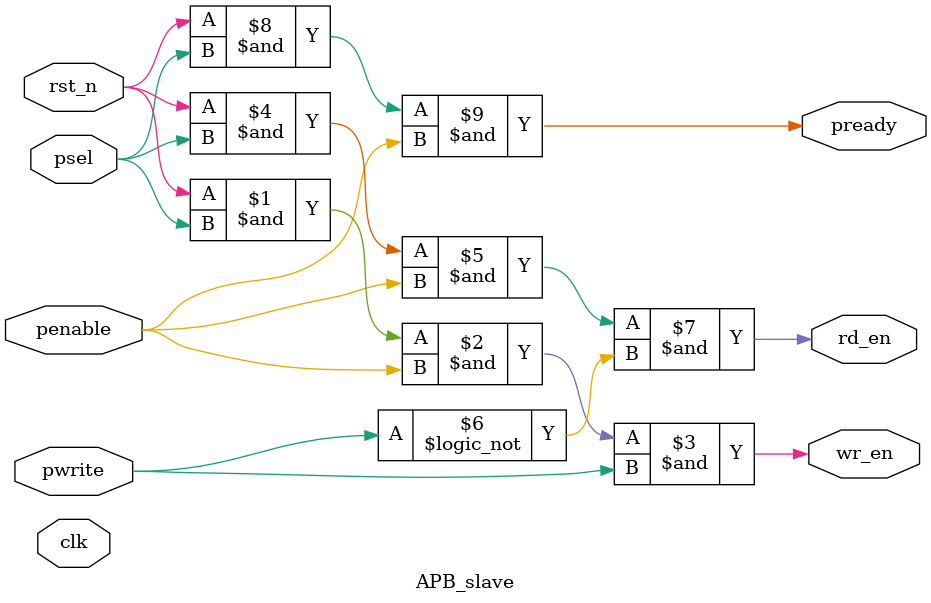
<source format=sv>
module APB_slave(
input wire clk,
input wire rst_n,
input wire psel,
input wire penable,
input wire pwrite,
output wire wr_en,
output wire rd_en,
output wire pready
);
assign wr_en = rst_n & psel & penable & pwrite;
assign rd_en = rst_n & psel & penable & !pwrite;
assign pready = rst_n & psel & penable;
endmodule

</source>
